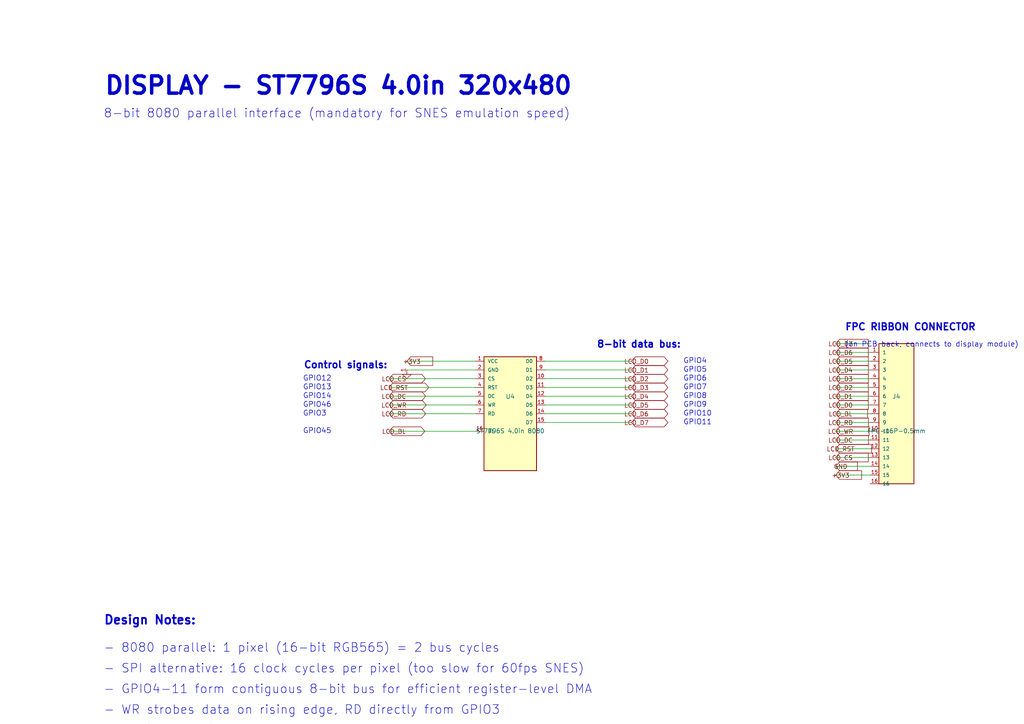
<source format=kicad_sch>
(kicad_sch (version 20231120) (generator "eeschema") (generator_version "9.0")
  (paper "A4")
  (title_block (title "Display - ST7796S 4.0in 8080 Parallel") (comment 1 "ESP32 Emu Turbo - Handheld Retro Console") (comment 2 "Generated by scripts/generate_schematics"))
  (lib_symbols
    (symbol "ST7796S_Module" (pin_names (offset 1.016))
      (property "Reference" "U" (at 0 17.78 0))
      (property "Value" "ST7796S_4.0_8080" (at 0 -17.78 0))
      (symbol "ST7796S_Module_0_1"
        (rectangle (start -7.62 16.51) (end 7.62 -16.51) (stroke (width 0.254)) (fill (type background)))
      )
      (symbol "ST7796S_Module_1_1"
        (pin power_in line (at -10.16 15.24 0) (length 2.54) (name "VCC") (number "1"))
        (pin power_in line (at -10.16 12.7 0) (length 2.54) (name "GND") (number "2"))
        (pin input line (at -10.16 10.16 0) (length 2.54) (name "CS") (number "3"))
        (pin input line (at -10.16 7.62 0) (length 2.54) (name "RST") (number "4"))
        (pin input line (at -10.16 5.08 0) (length 2.54) (name "DC") (number "5"))
        (pin input line (at -10.16 2.54 0) (length 2.54) (name "WR") (number "6"))
        (pin input line (at -10.16 0 0) (length 2.54) (name "RD") (number "7"))
        (pin bidirectional line (at 10.16 15.24 180) (length 2.54) (name "D0") (number "8"))
        (pin bidirectional line (at 10.16 12.7 180) (length 2.54) (name "D1") (number "9"))
        (pin bidirectional line (at 10.16 10.16 180) (length 2.54) (name "D2") (number "10"))
        (pin bidirectional line (at 10.16 7.62 180) (length 2.54) (name "D3") (number "11"))
        (pin bidirectional line (at 10.16 5.08 180) (length 2.54) (name "D4") (number "12"))
        (pin bidirectional line (at 10.16 2.54 180) (length 2.54) (name "D5") (number "13"))
        (pin bidirectional line (at 10.16 0 180) (length 2.54) (name "D6") (number "14"))
        (pin bidirectional line (at 10.16 -2.54 180) (length 2.54) (name "D7") (number "15"))
        (pin input line (at -10.16 -5.08 0) (length 2.54) (name "BL") (number "16"))
      )
    )
    (symbol "FPC_16P" (pin_names (offset 1.016))
      (property "Reference" "J" (at 0 21.59 0))
      (property "Value" "FPC-16P-0.5mm" (at 0 -21.59 0))
      (symbol "FPC_16P_0_1"
        (rectangle (start -5.08 20.32) (end 5.08 -20.32) (stroke (width 0.254)) (fill (type background)))
      )
      (symbol "FPC_16P_1_1"
        (pin passive line (at -7.62 17.78 0) (length 2.54) (name "1") (number "1"))
        (pin passive line (at -7.62 15.24 0) (length 2.54) (name "2") (number "2"))
        (pin passive line (at -7.62 12.7 0) (length 2.54) (name "3") (number "3"))
        (pin passive line (at -7.62 10.16 0) (length 2.54) (name "4") (number "4"))
        (pin passive line (at -7.62 7.62 0) (length 2.54) (name "5") (number "5"))
        (pin passive line (at -7.62 5.08 0) (length 2.54) (name "6") (number "6"))
        (pin passive line (at -7.62 2.54 0) (length 2.54) (name "7") (number "7"))
        (pin passive line (at -7.62 0 0) (length 2.54) (name "8") (number "8"))
        (pin passive line (at -7.62 -2.54 0) (length 2.54) (name "9") (number "9"))
        (pin passive line (at -7.62 -5.08 0) (length 2.54) (name "10") (number "10"))
        (pin passive line (at -7.62 -7.62 0) (length 2.54) (name "11") (number "11"))
        (pin passive line (at -7.62 -10.16 0) (length 2.54) (name "12") (number "12"))
        (pin passive line (at -7.62 -12.7 0) (length 2.54) (name "13") (number "13"))
        (pin passive line (at -7.62 -15.24 0) (length 2.54) (name "14") (number "14"))
        (pin passive line (at -7.62 -17.78 0) (length 2.54) (name "15") (number "15"))
        (pin passive line (at -7.62 -20.32 0) (length 2.54) (name "16") (number "16"))
      )
    )
    (symbol "+3V3" (pin_names (offset 0) hide) (in_bom no) (on_board no)
      (property "Value" "+3V3" (at 0 3.81 0))
      (symbol "+3V3_0_1"
        (polyline (pts (xy -0.762 1.27) (xy 0 2.54)))
        (polyline (pts (xy 0 0) (xy 0 2.54)))
        (polyline (pts (xy 0 2.54) (xy 0.762 1.27)))
      )
      (symbol "+3V3_1_1"
        (pin power_in line (at 0 0 90) (length 0) (name "+3V3") (number "1"))
      )
    )
    (symbol "+5V" (pin_names (offset 0) hide) (in_bom no) (on_board no)
      (property "Value" "+5V" (at 0 3.81 0))
      (symbol "+5V_0_1"
        (polyline (pts (xy -0.762 1.27) (xy 0 2.54)))
        (polyline (pts (xy 0 0) (xy 0 2.54)))
        (polyline (pts (xy 0 2.54) (xy 0.762 1.27)))
      )
      (symbol "+5V_1_1"
        (pin power_in line (at 0 0 90) (length 0) (name "+5V") (number "1"))
      )
    )
    (symbol "GND" (pin_names (offset 0) hide) (in_bom no) (on_board no)
      (property "Value" "GND" (at 0 -3.81 0))
      (symbol "GND_0_1"
        (polyline (pts (xy 0 0) (xy 0 -1.27) (xy 1.27 -1.27) (xy 0 -2.54) (xy -1.27 -1.27) (xy 0 -1.27)))
      )
      (symbol "GND_1_1"
        (pin power_in line (at 0 0 270) (length 0) (name "GND") (number "1"))
      )
    )
  )
  (text "DISPLAY - ST7796S 4.0in 320x480" (at 30 25 0) (effects (font (size 5 5) bold) (justify left)))
  (text "8-bit 8080 parallel interface (mandatory for SNES emulation speed)" (at 30 33 0) (effects (font (size 2.54 2.54)) (justify left)))
  (symbol (lib_id "ST7796S_Module") (at 148 120 0) (unit 1)
    (property "Reference" "U4" (at 148 115 0))
    (property "Value" "ST7796S 4.0in 8080" (at 148 125 0))
  )
  (global_label "+3V3" (shape input) (at 118 104.76 0))
  (wire (pts (xy 118 104.76) (xy 137.84 104.76)))
  (symbol (lib_id "GND") (at 118 107.3 0) (unit 1) (in_bom no) (on_board no)
    (property "Reference" "#PWR001" (effects hide))
    (property "Value" "GND" (effects hide))
  )
  (wire (pts (xy 118 107.3) (xy 137.84 107.3)))
  (text "Control signals:" (at 88 106 0) (effects (font (size 2 2) bold) (justify left)))
  (wire (pts (xy 137.84 109.84) (xy 112.84 109.84)))
  (global_label "LCD_CS" (shape bidirectional) (at 112.84 109.84 180))
  (text "GPIO12" (at 87.84 109.84 0) (effects (font (size 1.5 1.5)) (justify left)))
  (wire (pts (xy 137.84 112.38) (xy 112.84 112.38)))
  (global_label "LCD_RST" (shape bidirectional) (at 112.84 112.38 180))
  (text "GPIO13" (at 87.84 112.38 0) (effects (font (size 1.5 1.5)) (justify left)))
  (wire (pts (xy 137.84 114.92) (xy 112.84 114.92)))
  (global_label "LCD_DC" (shape bidirectional) (at 112.84 114.92 180))
  (text "GPIO14" (at 87.84 114.92 0) (effects (font (size 1.5 1.5)) (justify left)))
  (wire (pts (xy 137.84 117.46) (xy 112.84 117.46)))
  (global_label "LCD_WR" (shape bidirectional) (at 112.84 117.46 180))
  (text "GPIO46" (at 87.84 117.46 0) (effects (font (size 1.5 1.5)) (justify left)))
  (wire (pts (xy 137.84 120) (xy 112.84 120)))
  (global_label "LCD_RD" (shape bidirectional) (at 112.84 120 180))
  (text "GPIO3" (at 87.84 120 0) (effects (font (size 1.5 1.5)) (justify left)))
  (wire (pts (xy 137.84 125.08) (xy 112.84 125.08)))
  (global_label "LCD_BL" (shape bidirectional) (at 112.84 125.08 180))
  (text "GPIO45" (at 87.84 125.08 0) (effects (font (size 1.5 1.5)) (justify left)))
  (text "8-bit data bus:" (at 173 100 0) (effects (font (size 2 2) bold) (justify left)))
  (wire (pts (xy 158.16 104.76) (xy 183.16 104.76)))
  (global_label "LCD_D0" (shape bidirectional) (at 183.16 104.76 0))
  (text "GPIO4" (at 198.16 104.76 0) (effects (font (size 1.5 1.5)) (justify left)))
  (wire (pts (xy 158.16 107.3) (xy 183.16 107.3)))
  (global_label "LCD_D1" (shape bidirectional) (at 183.16 107.3 0))
  (text "GPIO5" (at 198.16 107.3 0) (effects (font (size 1.5 1.5)) (justify left)))
  (wire (pts (xy 158.16 109.84) (xy 183.16 109.84)))
  (global_label "LCD_D2" (shape bidirectional) (at 183.16 109.84 0))
  (text "GPIO6" (at 198.16 109.84 0) (effects (font (size 1.5 1.5)) (justify left)))
  (wire (pts (xy 158.16 112.38) (xy 183.16 112.38)))
  (global_label "LCD_D3" (shape bidirectional) (at 183.16 112.38 0))
  (text "GPIO7" (at 198.16 112.38 0) (effects (font (size 1.5 1.5)) (justify left)))
  (wire (pts (xy 158.16 114.92) (xy 183.16 114.92)))
  (global_label "LCD_D4" (shape bidirectional) (at 183.16 114.92 0))
  (text "GPIO8" (at 198.16 114.92 0) (effects (font (size 1.5 1.5)) (justify left)))
  (wire (pts (xy 158.16 117.46) (xy 183.16 117.46)))
  (global_label "LCD_D5" (shape bidirectional) (at 183.16 117.46 0))
  (text "GPIO9" (at 198.16 117.46 0) (effects (font (size 1.5 1.5)) (justify left)))
  (wire (pts (xy 158.16 120) (xy 183.16 120)))
  (global_label "LCD_D6" (shape bidirectional) (at 183.16 120 0))
  (text "GPIO10" (at 198.16 120 0) (effects (font (size 1.5 1.5)) (justify left)))
  (wire (pts (xy 158.16 122.54) (xy 183.16 122.54)))
  (global_label "LCD_D7" (shape bidirectional) (at 183.16 122.54 0))
  (text "GPIO11" (at 198.16 122.54 0) (effects (font (size 1.5 1.5)) (justify left)))
  (text "FPC RIBBON CONNECTOR" (at 245 95 0) (effects (font (size 2 2) bold) (justify left)))
  (text "(on PCB back, connects to display module)" (at 245 100 0) (effects (font (size 1.5 1.5)) (justify left)))
  (symbol (lib_id "FPC_16P") (at 260 120 0) (unit 1)
    (property "Reference" "J4" (at 260 115 0))
    (property "Value" "FPC-16P-0.5mm" (at 260 125 0))
  )
  (global_label "+3V3" (shape input) (at 242.38 137.78 180))
  (wire (pts (xy 252.38 137.78) (xy 242.38 137.78)))
  (global_label "GND" (shape input) (at 242.38 135.24 180))
  (wire (pts (xy 252.38 135.24) (xy 242.38 135.24)))
  (global_label "LCD_CS" (shape input) (at 242.38 132.7 180))
  (wire (pts (xy 252.38 132.7) (xy 242.38 132.7)))
  (global_label "LCD_RST" (shape input) (at 242.38 130.16 180))
  (wire (pts (xy 252.38 130.16) (xy 242.38 130.16)))
  (global_label "LCD_DC" (shape input) (at 242.38 127.62 180))
  (wire (pts (xy 252.38 127.62) (xy 242.38 127.62)))
  (global_label "LCD_WR" (shape input) (at 242.38 125.08 180))
  (wire (pts (xy 252.38 125.08) (xy 242.38 125.08)))
  (global_label "LCD_RD" (shape input) (at 242.38 122.54 180))
  (wire (pts (xy 252.38 122.54) (xy 242.38 122.54)))
  (global_label "LCD_BL" (shape input) (at 242.38 120.0 180))
  (wire (pts (xy 252.38 120.0) (xy 242.38 120.0)))
  (global_label "LCD_D0" (shape input) (at 242.38 117.46000000000001 180))
  (wire (pts (xy 252.38 117.46000000000001) (xy 242.38 117.46000000000001)))
  (global_label "LCD_D1" (shape input) (at 242.38 114.92 180))
  (wire (pts (xy 252.38 114.92) (xy 242.38 114.92)))
  (global_label "LCD_D2" (shape input) (at 242.38 112.38 180))
  (wire (pts (xy 252.38 112.38) (xy 242.38 112.38)))
  (global_label "LCD_D3" (shape input) (at 242.38 109.84 180))
  (wire (pts (xy 252.38 109.84) (xy 242.38 109.84)))
  (global_label "LCD_D4" (shape input) (at 242.38 107.3 180))
  (wire (pts (xy 252.38 107.3) (xy 242.38 107.3)))
  (global_label "LCD_D5" (shape input) (at 242.38 104.75999999999999 180))
  (wire (pts (xy 252.38 104.75999999999999) (xy 242.38 104.75999999999999)))
  (global_label "LCD_D6" (shape input) (at 242.38 102.22 180))
  (wire (pts (xy 252.38 102.22) (xy 242.38 102.22)))
  (global_label "LCD_D7" (shape input) (at 242.38 99.68 180))
  (wire (pts (xy 252.38 99.68) (xy 242.38 99.68)))
  (text "Design Notes:" (at 30 180 0) (effects (font (size 2.54 2.54) bold) (justify left)))
  (text "- 8080 parallel: 1 pixel (16-bit RGB565) = 2 bus cycles" (at 30 188 0) (effects (font (size 2.54 2.54)) (justify left)))
  (text "- SPI alternative: 16 clock cycles per pixel (too slow for 60fps SNES)" (at 30 194 0) (effects (font (size 2.54 2.54)) (justify left)))
  (text "- GPIO4-11 form contiguous 8-bit bus for efficient register-level DMA" (at 30 200 0) (effects (font (size 2.54 2.54)) (justify left)))
  (text "- WR strobes data on rising edge, RD directly from GPIO3" (at 30 206 0) (effects (font (size 2.54 2.54)) (justify left)))
  (text "- BL (backlight) via GPIO45 for brightness/power management" (at 30 212 0) (effects (font (size 2.54 2.54)) (justify left)))
  (text "- No level shifter: ESP32-S3 GPIO = 3.3V = display logic level" (at 30 218 0) (effects (font (size 2.54 2.54)) (justify left)))
)
</source>
